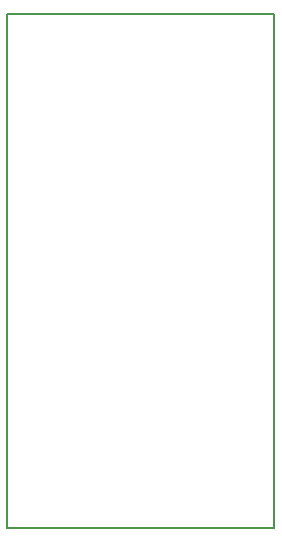
<source format=gbr>
G04 EasyGerb 5 for AutoCAD*
G04 Registered to lior.segev@weizmann.ac.il*
G04 RS274-X Output *
%FSLAX34Y34*%
%MOMM*%
%ADD12C,0.127000*%
%ADD13C,0.007000*%
%IPPOS*%

%LNbox_1*%
%LPD*%
G54D12*X5048Y438346D02*X231126Y438346D01*X231126Y2642*X5048Y2642*X5048Y438346D01*
%LNInlets Layer_1*%
%LPC*%
G54D12*X116024Y69503D02*X115267Y82656D01*X189767Y84656*X189767Y87156*X189642Y87156*X189442Y87656*X189442Y87769*G75*G03X189442Y88156I-50J194D01*G74*G01*X189442Y88269*G75*G03X189442Y88656I-50J194D01*G74*G01*X189442Y88769*G75*G03X189442Y89156I-50J194D01*G74*G01*X189442Y89269*G75*G03X189442Y89656I-50J194D01*G74*G01*X189442Y89769*G75*G03X189442Y90156I-50J194D01*G74*G01*X189442Y90269*G75*G03X189442Y90656I-50J194D01*G74*G01*X189442Y90769*G75*G03X189442Y91156I-50J194D01*G74*G01*X189442Y91269*G75*G03X189442Y91656I-50J194D01*G74*G01*X189442Y91769*G75*G03X189442Y92156I-50J194D01*G74*G01*X189442Y92269*G75*G03X189442Y92656I-50J194D01*G74*G01*X189442Y92769*G75*G03X189442Y93156I-50J194D01*G74*G01*X189442Y93269*G75*G03X189442Y93656I-50J194D01*G74*G01*X189442Y93769*G75*G03X189442Y94156I-50J194D01*G74*G01*X189442Y94269*G75*G03X189442Y94656I-50J194D01*G74*G01*X189442Y94769*G75*G03X189442Y95156I-50J194D01*G74*G01*X189442Y95269*G75*G03X189442Y95656I-50J194D01*G74*G01*X189442Y95769*G75*G03X189442Y96156I-50J194D01*G74*G01*X189442Y96269*G75*G03X189442Y96656I-50J194D01*G74*G01*X189442Y96769*G75*G03X189442Y97156I-50J194D01*G74*G01*X189442Y97269*G75*G03X189442Y97656I-50J194D01*G74*G01*X189442Y97769*G75*G03X189442Y98156I-50J194D01*G74*G01*X189442Y98269*G75*G03X189442Y98656I-50J194D01*G74*G01*X189442Y98769*G75*G03X189442Y99156I-50J194D01*G74*G01*X189442Y99269*G75*G03X189442Y99656I-50J194D01*G74*G01*X189442Y99769*G75*G03X189442Y100156I-50J194D01*G74*G01*X189442Y100269*G75*G03X189442Y100656I-50J194D01*G74*G01*X189442Y100769*G75*G03X189442Y101156I-50J194D01*G74*G01*X189442Y101269*G75*G03X189442Y101656I-50J194D01*G74*G01*X189442Y101769*G75*G03X189442Y102156I-50J194D01*G74*G01*X189442Y102269*G75*G03X189442Y102656I-50J194D01*G74*G01*X189442Y102769*G75*G03X189442Y103156I-50J194D01*G74*G01*X189442Y103269*G75*G03X189442Y103656I-50J194D01*G74*G01*X189442Y103769*G75*G03X189442Y104156I-50J194D01*G74*G01*X189442Y104269*G75*G03X189442Y104656I-50J194D01*G74*G01*X189442Y104769*G75*G03X189442Y105156I-50J194D01*G74*G01*X189442Y105269*G75*G03X189442Y105656I-50J194D01*G74*G01*X189442Y105769*G75*G03X189442Y106156I-50J194D01*G74*G01*X189442Y106269*G75*G03X189442Y106656I-50J194D01*G74*G01*X189442Y106769*G75*G03X189442Y107156I-50J194D01*G74*G01*X189442Y107269*G75*G03X189442Y107656I-50J194D01*G74*G01*X189442Y107769*G75*G03X189442Y108156I-50J194D01*G74*G01*X189442Y108269*G75*G03X189442Y108656I-50J194D01*G74*G01*X189442Y108769*G75*G03X189442Y109156I-50J194D01*G74*G01*X189442Y109269*G75*G03X189442Y109656I-50J194D01*G74*G01*X189442Y109769*G75*G03X189442Y110156I-50J194D01*G74*G01*X189442Y110269*G75*G03X189442Y110656I-50J194D01*G74*G01*X189442Y110769*G75*G03X189442Y111156I-50J194D01*G74*G01*X189442Y111269*G75*G03X189442Y111656I-50J194D01*G74*G01*X189442Y111769*G75*G03X189442Y112156I-50J194D01*G74*G01*X189442Y112269*G75*G03X189442Y112656I-50J194D01*G74*G01*X189442Y112769*G75*G03X189442Y113156I-50J194D01*G74*G01*X189442Y113269*G75*G03X189442Y113656I-50J194D01*G74*G01*X189442Y113769*G75*G03X189442Y114156I-50J194D01*G74*G01*X189442Y114269*G75*G03X189442Y114656I-50J194D01*G74*G01*X189442Y114769*G75*G03X189442Y115156I-50J194D01*G74*G01*X189442Y115269*G75*G03X189442Y115656I-50J194D01*G74*G01*X189442Y115769*G75*G03X189442Y116156I-50J194D01*G74*G01*X189442Y116269*G75*G03X189442Y116656I-50J194D01*G74*G01*X189442Y116769*G75*G03X189442Y117156I-50J194D01*G74*G01*X189442Y117269*G75*G03X189442Y117656I-50J194D01*G74*G01*X189442Y117769*G75*G03X189442Y118156I-50J194D01*G74*G01*X189442Y118269*G75*G03X189442Y118656I-50J194D01*G74*G01*X189442Y118769*G75*G03X189442Y119156I-50J194D01*G74*G01*X189442Y119269*G75*G03X189442Y119656I-50J194D01*G74*G01*X189442Y119769*G75*G03X189442Y120156I-50J194D01*G74*G01*X189442Y120269*G75*G03X189442Y120656I-50J194D01*G74*G01*X189442Y120769*G75*G03X189442Y121156I-50J194D01*G74*G01*X189442Y121269*G75*G03X189442Y121656I-50J194D01*G74*G01*X189442Y121769*G75*G03X189442Y122156I-50J194D01*G74*G01*X189442Y122269*G75*G03X189442Y122656I-50J194D01*G74*G01*X189442Y122769*G75*G03X189442Y123156I-50J194D01*G74*G01*X189442Y123269*G75*G03X189442Y123656I-50J194D01*G74*G01*X189442Y123769*G75*G03X189442Y124156I-50J194D01*G74*G01*X189442Y124269*G75*G03X189442Y124656I-50J194D01*G74*G01*X189442Y124769*G75*G03X189442Y125156I-50J194D01*G74*G01*X189442Y125269*G75*G03X189442Y125656I-50J194D01*G74*G01*X189442Y125769*G75*G03X189442Y126156I-50J194D01*G74*G01*X189442Y126269*G75*G03X189442Y126656I-50J194D01*G74*G01*X189442Y126769*G75*G03X189442Y127156I-50J194D01*G74*G01*X189442Y127269*G75*G03X189442Y127656I-50J194D01*G74*G01*X189442Y127769*G75*G03X189442Y128156I-50J194D01*G74*G01*X189442Y128269*G75*G03X189442Y128656I-50J194D01*G74*G01*X189442Y128769*G75*G03X189442Y129156I-50J194D01*G74*G01*X189442Y129269*G75*G03X189442Y129656I-50J194D01*G74*G01*X189442Y129769*G75*G03X189442Y130156I-50J194D01*G74*G01*X189442Y130269*G75*G03X189442Y130656I-50J194D01*G74*G01*X189442Y130769*G75*G03X189442Y131156I-50J194D01*G74*G01*X189442Y131269*G75*G03X189442Y131656I-50J194D01*G74*G01*X189442Y131769*G75*G03X189442Y132156I-50J194D01*G74*G01*X189442Y132269*G75*G03X189442Y132656I-50J194D01*G74*G01*X189442Y132769*G75*G03X189442Y133156I-50J194D01*G74*G01*X189442Y133269*G75*G03X189442Y133656I-50J194D01*G74*G01*X189442Y133769*G75*G03X189442Y134156I-50J194D01*G74*G01*X189442Y134269*G75*G03X189442Y134656I-50J194D01*G74*G01*X189442Y134769*G75*G03X189442Y135156I-50J194D01*G74*G01*X189442Y135269*G75*G03X189442Y135656I-50J194D01*G74*G01*X189442Y135769*G75*G03X189442Y136156I-50J194D01*G74*G01*X189442Y136269*G75*G03X189442Y136656I-50J194D01*G74*G01*X189442Y136769*G75*G03X189442Y137156I-50J194D01*G74*G01*X189442Y137269*G75*G03X189442Y137656I-50J194D01*G74*G01*X189442Y137769*G75*G03X189442Y138156I-50J194D01*G74*G01*X189442Y138269*G75*G03X189442Y138656I-50J194D01*G74*G01*X189442Y138769*G75*G03X189442Y139156I-50J194D01*G74*G01*X189442Y139269*G75*G03X189442Y139656I-50J194D01*G74*G01*X189442Y139769*G75*G03X189442Y140156I-50J194D01*G74*G01*X189442Y140269*G75*G03X189442Y140656I-50J194D01*G74*G01*X189442Y140769*G75*G03X189442Y141156I-50J194D01*G74*G01*X189442Y141269*G75*G03X189442Y141656I-50J194D01*G74*G01*X189442Y141769*G75*G03X189442Y142156I-50J194D01*G74*G01*X189442Y142269*G75*G03X189442Y142656I-50J194D01*G74*G01*X189442Y142769*G75*G03X189442Y143156I-50J194D01*G74*G01*X189442Y143269*G75*G03X189442Y143656I-50J194D01*G74*G01*X189442Y143769*G75*G03X189442Y144156I-50J194D01*G74*G01*X189442Y144269*G75*G03X189442Y144656I-50J194D01*G74*G01*X189442Y144769*G75*G03X189442Y145156I-50J194D01*G74*G01*X189442Y145269*G75*G03X189442Y145656I-50J194D01*G74*G01*X189442Y145769*G75*G03X189442Y146156I-50J194D01*G74*G01*X189442Y146269*G75*G03X189442Y146656I-50J194D01*G74*G01*X189442Y146769*G75*G03X189442Y147156I-50J194D01*G74*G01*X189442Y147269*G75*G03X189442Y147656I-50J194D01*G74*G01*X189442Y147769*G75*G03X189442Y148156I-50J194D01*G74*G01*X189442Y148269*G75*G03X189442Y148656I-50J194D01*G74*G01*X189442Y148769*G75*G03X189442Y149156I-50J194D01*G74*G01*X189442Y149269*G75*G03X189442Y149656I-50J194D01*G74*G01*X189442Y149769*G75*G03X189442Y150156I-50J194D01*G74*G01*X189442Y150269*G75*G03X189442Y150656I-50J194D01*G74*G01*X189442Y150769*G75*G03X189442Y151156I-50J194D01*G74*G01*X189442Y151269*G75*G03X189442Y151656I-50J194D01*G74*G01*X189442Y151769*G75*G03X189442Y152156I-50J194D01*G74*G01*X189442Y152269*G75*G03X189442Y152656I-50J194D01*G74*G01*X189442Y152769*G75*G03X189442Y153156I-50J194D01*G74*G01*X189442Y153269*G75*G03X189442Y153656I-50J194D01*G74*G01*X189442Y153769*G75*G03X189442Y154156I-50J194D01*G74*G01*X189442Y154269*G75*G03X189442Y154656I-50J194D01*G74*G01*X189442Y154769*G75*G03X189442Y155156I-50J194D01*G74*G01*X189442Y155269*G75*G03X189442Y155656I-50J194D01*G74*G01*X189442Y155769*G75*G03X189442Y156156I-50J194D01*G74*G01*X189442Y156269*G75*G03X189442Y156656I-50J194D01*G74*G01*X189442Y156769*G75*G03X189442Y157156I-50J194D01*G74*G01*X189442Y157269*G75*G03X189442Y157656I-50J194D01*G74*G01*X189442Y157769*G75*G03X189442Y158156I-50J194D01*G74*G01*X189442Y158269*G75*G03X189442Y158656I-50J194D01*G74*G01*X189442Y158769*G75*G03X189442Y159156I-50J194D01*G74*G01*X189442Y159269*G75*G03X189442Y159656I-50J194D01*G74*G01*X189442Y159769*G75*G03X189442Y160156I-50J194D01*G74*G01*X189442Y160269*G75*G03X189442Y160656I-50J194D01*G74*G01*X189442Y160769*G75*G03X189442Y161156I-50J194D01*G74*G01*X189442Y161269*G75*G03X189442Y161656I-50J194D01*G74*G01*X189442Y161769*G75*G03X189442Y162156I-50J194D01*G74*G01*X189442Y162269*G75*G03X189442Y162656I-50J194D01*G74*G01*X189442Y162769*G75*G03X189442Y163156I-50J194D01*G74*G01*X189442Y163269*G75*G03X189442Y163656I-50J194D01*G74*G01*X189442Y163769*G75*G03X189442Y164156I-50J194D01*G74*G01*X189442Y164269*G75*G03X189442Y164656I-50J194D01*G74*G01*X189442Y164769*G75*G03X189442Y165156I-50J194D01*G74*G01*X189442Y165269*G75*G03X189442Y165656I-50J194D01*G74*G01*X189442Y165769*G75*G03X189442Y166156I-50J194D01*G74*G01*X189442Y166269*G75*G03X189442Y166656I-50J194D01*G74*G01*X189442Y166769*G75*G03X189442Y167156I-50J194D01*G74*G01*X189442Y167269*G75*G03X189442Y167656I-50J194D01*G74*G01*X189442Y167769*G75*G03X189442Y168156I-50J194D01*G74*G01*X189442Y168269*G75*G03X189442Y168656I-50J194D01*G74*G01*X189442Y168769*G75*G03X189442Y169156I-50J194D01*G74*G01*X189442Y169269*G75*G03X189442Y169656I-50J194D01*G74*G01*X189442Y169769*G75*G03X189442Y170156I-50J194D01*G74*G01*X189442Y170269*G75*G03X189442Y170656I-50J194D01*G74*G01*X189442Y170769*G75*G03X189442Y171156I-50J194D01*G74*G01*X189442Y171269*G75*G03X189442Y171656I-50J194D01*G74*G01*X189442Y171769*G75*G03X189442Y172156I-50J194D01*G74*G01*X189442Y172269*G75*G03X189442Y172656I-50J194D01*G74*G01*X189442Y172769*G75*G03X189442Y173156I-50J194D01*G74*G01*X189442Y173269*G75*G03X189442Y173656I-50J194D01*G74*G01*X189442Y173769*G75*G03X189442Y174156I-50J194D01*G74*G01*X189442Y174269*G75*G03X189442Y174656I-50J194D01*G74*G01*X189442Y174769*G75*G03X189442Y175156I-50J194D01*G74*G01*X189442Y175269*G75*G03X189442Y175656I-50J194D01*G74*G01*X189442Y175769*G75*G03X189442Y176156I-50J194D01*G74*G01*X189442Y176269*G75*G03X189442Y176656I-50J194D01*G74*G01*X189442Y176769*G75*G03X189442Y177156I-50J194D01*G74*G01*X189442Y177269*G75*G03X189442Y177656I-50J194D01*G74*G01*X189442Y177769*G75*G03X189442Y178156I-50J194D01*G74*G01*X189442Y178269*G75*G03X189442Y178656I-50J194D01*G74*G01*X189442Y178769*G75*G03X189442Y179156I-50J194D01*G74*G01*X189442Y179269*G75*G03X189442Y179656I-50J194D01*G74*G01*X189442Y179769*G75*G03X189442Y180156I-50J194D01*G74*G01*X189442Y180269*G75*G03X189442Y180656I-50J194D01*G74*G01*X189442Y180769*G75*G03X189442Y181156I-50J194D01*G74*G01*X189442Y181269*G75*G03X189442Y181656I-50J194D01*G74*G01*X189442Y181769*G75*G03X189442Y182156I-50J194D01*G74*G01*X189442Y182269*G75*G03X189442Y182656I-50J194D01*G74*G01*X189442Y182769*G75*G03X189442Y183156I-50J194D01*G74*G01*X189442Y183269*G75*G03X189442Y183656I-50J194D01*G74*G01*X189442Y183769*G75*G03X189442Y184156I-50J194D01*G74*G01*X189442Y184269*G75*G03X189442Y184656I-50J194D01*G74*G01*X189442Y184769*G75*G03X189442Y185156I-50J194D01*G74*G01*X189442Y185269*G75*G03X189442Y185656I-50J194D01*G74*G01*X189442Y185769*G75*G03X189442Y186156I-50J194D01*G74*G01*X189442Y186269*G75*G03X189442Y186656I-50J194D01*G74*G01*X189442Y186769*G75*G03X189442Y187156I-50J194D01*G74*G01*X189442Y187269*G75*G03X189442Y187656I-50J194D01*G74*G01*X189442Y187769*G75*G03X189442Y188156I-50J194D01*G74*G01*X189442Y188269*G75*G03X189442Y188656I-50J194D01*G74*G01*X189442Y188769*G75*G03X189442Y189156I-50J194D01*G74*G01*X189442Y189269*G75*G03X189442Y189656I-50J194D01*G74*G01*X189442Y189769*G75*G03X189442Y190156I-50J194D01*G74*G01*X189442Y190269*G75*G03X189442Y190656I-50J194D01*G74*G01*X189442Y190769*G75*G03X189442Y191156I-50J194D01*G74*G01*X189442Y191269*G75*G03X189442Y191656I-50J194D01*G74*G01*X189442Y191769*G75*G03X189442Y192156I-50J194D01*G74*G01*X189442Y192269*G75*G03X189442Y192656I-50J194D01*G74*G01*X189442Y192769*G75*G03X189442Y193156I-50J194D01*G74*G01*X189442Y193269*G75*G03X189442Y193656I-50J194D01*G74*G01*X189442Y193769*G75*G03X189442Y194156I-50J194D01*G74*G01*X189442Y194269*G75*G03X189442Y194656I-50J194D01*G74*G01*X189442Y194769*G75*G03X189442Y195156I-50J194D01*G74*G01*X189442Y195269*G75*G03X189442Y195656I-50J194D01*G74*G01*X189442Y195769*G75*G03X189442Y196156I-50J194D01*G74*G01*X189442Y196269*G75*G03X189442Y196656I-50J194D01*G74*G01*X189442Y196769*G75*G03X189442Y197156I-50J194D01*G74*G01*X189442Y197269*G75*G03X189442Y197656I-50J194D01*G74*G01*X189442Y197769*G75*G03X189442Y198156I-50J194D01*G74*G01*X189442Y198269*G75*G03X189442Y198656I-50J194D01*G74*G01*X189442Y198769*G75*G03X189442Y199156I-50J194D01*G74*G01*X189442Y199269*G75*G03X189442Y199656I-50J194D01*G74*G01*X189442Y199769*G75*G03X189442Y200156I-50J194D01*G74*G01*X189442Y200269*G75*G03X189442Y200656I-50J194D01*G74*G01*X189442Y200769*G75*G03X189442Y201156I-50J194D01*G74*G01*X189442Y201269*G75*G03X189442Y201656I-50J194D01*G74*G01*X189442Y201769*G75*G03X189442Y202156I-50J194D01*G74*G01*X189442Y202269*G75*G03X189442Y202656I-50J194D01*G74*G01*X189442Y202769*G75*G03X189442Y203156I-50J194D01*G74*G01*X189442Y203269*G75*G03X189442Y203656I-50J194D01*G74*G01*X189442Y203769*G75*G03X189442Y204156I-50J194D01*G74*G01*X189442Y204269*G75*G03X189442Y204656I-50J194D01*G74*G01*X189442Y204769*G75*G03X189442Y205156I-50J194D01*G74*G01*X189442Y205269*G75*G03X189442Y205656I-50J194D01*G74*G01*X189442Y205769*G75*G03X189442Y206156I-50J194D01*G74*G01*X189442Y206269*G75*G03X189442Y206656I-50J194D01*G74*G01*X189442Y206769*G75*G03X189442Y207156I-50J194D01*G74*G01*X189442Y207269*G75*G03X189442Y207656I-50J194D01*G74*G01*X189442Y207769*G75*G03X189442Y208156I-50J194D01*G74*G01*X189442Y208269*G75*G03X189442Y208656I-50J194D01*G74*G01*X189442Y208769*G75*G03X189442Y209156I-50J194D01*G74*G01*X189442Y209269*G75*G03X189442Y209656I-50J194D01*G74*G01*X189442Y209769*G75*G03X189442Y210156I-50J194D01*G74*G01*X189442Y210269*G75*G03X189442Y210656I-50J194D01*G74*G01*X189442Y210769*G75*G03X189442Y211156I-50J194D01*G74*G01*X189442Y211269*G75*G03X189442Y211656I-50J194D01*G74*G01*X189442Y211769*G75*G03X189442Y212156I-50J194D01*G74*G01*X189442Y212269*G75*G03X189442Y212656I-50J194D01*G74*G01*X189442Y212769*G75*G03X189442Y213156I-50J194D01*G74*G01*X189442Y213269*G75*G03X189442Y213656I-50J194D01*G74*G01*X189442Y213769*G75*G03X189442Y214156I-50J194D01*G74*G01*X189442Y214269*G75*G03X189442Y214656I-50J194D01*G74*G01*X189442Y214769*G75*G03X189442Y215156I-50J194D01*G74*G01*X189442Y215269*G75*G03X189442Y215656I-50J194D01*G74*G01*X189442Y215769*G75*G03X189442Y216156I-50J194D01*G74*G01*X189442Y216269*G75*G03X189442Y216656I-50J194D01*G74*G01*X189442Y216769*G75*G03X189442Y217156I-50J194D01*G74*G01*X189442Y217269*G75*G03X189442Y217656I-50J194D01*G74*G01*X189442Y217769*G75*G03X189442Y218156I-50J194D01*G74*G01*X189442Y218269*G75*G03X189442Y218656I-50J194D01*G74*G01*X189442Y218769*G75*G03X189442Y219156I-50J194D01*G74*G01*X189442Y219269*G75*G03X189442Y219656I-50J194D01*G74*G01*X189442Y219769*G75*G03X189442Y220156I-50J194D01*G74*G01*X189442Y220269*G75*G03X189442Y220656I-50J194D01*G74*G01*X189442Y220769*G75*G03X189442Y221156I-50J194D01*G74*G01*X189442Y221269*G75*G03X189442Y221656I-50J194D01*G74*G01*X189442Y221769*G75*G03X189442Y222156I-50J194D01*G74*G01*X189442Y222269*G75*G03X189442Y222656I-50J194D01*G74*G01*X189442Y222769*G75*G03X189442Y223156I-50J194D01*G74*G01*X189442Y223269*G75*G03X189442Y223656I-50J194D01*G74*G01*X189442Y223769*G75*G03X189442Y224156I-50J194D01*G74*G01*X189442Y224269*G75*G03X189442Y224656I-50J194D01*G74*G01*X189442Y224769*G75*G03X189442Y225156I-50J194D01*G74*G01*X189442Y225269*G75*G03X189442Y225656I-50J194D01*G74*G01*X189442Y225769*G75*G03X189442Y226156I-50J194D01*G74*G01*X189442Y226269*G75*G03X189442Y226656I-50J194D01*G74*G01*X189442Y226769*G75*G03X189442Y227156I-50J194D01*G74*G01*X189442Y227269*G75*G03X189442Y227656I-50J194D01*G74*G01*X189442Y227769*G75*G03X189442Y228156I-50J194D01*G74*G01*X189442Y228269*G75*G03X189442Y228656I-50J194D01*G74*G01*X189442Y228769*G75*G03X189442Y229156I-50J194D01*G74*G01*X189442Y229269*G75*G03X189442Y229656I-50J194D01*G74*G01*X189442Y229769*G75*G03X189442Y230156I-50J194D01*G74*G01*X189442Y230269*G75*G03X189442Y230656I-50J194D01*G74*G01*X189442Y230769*G75*G03X189442Y231156I-50J194D01*G74*G01*X189442Y231269*G75*G03X189442Y231656I-50J194D01*G74*G01*X189442Y231769*G75*G03X189442Y232156I-50J194D01*G74*G01*X189442Y232269*G75*G03X189442Y232656I-50J194D01*G74*G01*X189442Y232769*G75*G03X189442Y233156I-50J194D01*G74*G01*X189442Y233269*G75*G03X189442Y233656I-50J194D01*G74*G01*X189442Y233769*G75*G03X189442Y234156I-50J194D01*G74*G01*X189442Y234269*G75*G03X189442Y234656I-50J194D01*G74*G01*X189442Y234769*G75*G03X189442Y235156I-50J194D01*G74*G01*X189442Y235269*G75*G03X189442Y235656I-50J194D01*G74*G01*X189442Y235769*G75*G03X189442Y236156I-50J194D01*G74*G01*X189442Y236269*G75*G03X189442Y236656I-50J194D01*G74*G01*X189442Y236769*G75*G03X189442Y237156I-50J194D01*G74*G01*X189442Y237269*G75*G03X189442Y237656I-50J194D01*G74*G01*X189442Y238156*X189642Y238656*X189767Y238656*X189767Y244694*X189767Y245194*X125556Y245194*X120134Y245194*X119134Y245194*X119134Y246194*X119134Y251348*X119134Y254200*X129767Y254200*X149767Y254200*X149767Y254700*X149767Y393040*X115767Y393038*G75*G02X115267Y393557I34J533D01*G74*G01*X115772Y393919*X116202Y394715*X116344Y395036*X116395Y395201*X116532Y395639*X116591Y395864*X116745Y396664*X116806Y397024*X116893Y398024*X116888Y399344*X116793Y400344*X116748Y400744*X116327Y402350*X116017Y402937*X116017Y409782*G75*G03X122250Y416677I-1250J7395D01*G74*G01*G75*G03X113517Y409782I-7483J500D01*G74*G01*X113517Y403867*X113517Y402937*X113207Y402350*X112785Y400744*X112740Y400344*X112646Y399344*X112641Y398024*X112727Y397024*X112788Y396664*X112942Y395864*X113001Y395639*X113138Y395201*X113190Y395037*X113332Y394715*X113762Y393912*X114267Y393557*G75*G02X113813Y393040I-539J15D01*G74*G01*X79767Y393040*X79767Y254700*X79767Y254200*X99767Y254200*X110399Y254200*X110399Y251348*X110399Y246194*X110399Y245194*X109399Y245194*X103978Y245194*X39767Y245194*X39767Y244694*X39767Y240656*X39767Y238656*X39892Y238656*X40092Y238156*X40092Y237656*G75*G03X40092Y237269I50J-194D01*G74*G01*X40092Y237156*G75*G03X40092Y236769I50J-194D01*G74*G01*X40092Y236656*G75*G03X40092Y236269I50J-194D01*G74*G01*X40092Y236156*G75*G03X40092Y235769I50J-194D01*G74*G01*X40092Y235656*G75*G03X40092Y235269I50J-194D01*G74*G01*X40092Y235156*G75*G03X40092Y234769I50J-194D01*G74*G01*X40092Y234656*G75*G03X40092Y234269I50J-194D01*G74*G01*X40092Y234156*G75*G03X40092Y233769I50J-194D01*G74*G01*X40092Y233656*G75*G03X40092Y233269I50J-194D01*G74*G01*X40092Y233156*G75*G03X40092Y232769I50J-194D01*G74*G01*X40092Y232656*G75*G03X40092Y232269I50J-194D01*G74*G01*X40092Y232156*G75*G03X40092Y231769I50J-194D01*G74*G01*X40092Y231656*G75*G03X40092Y231269I50J-194D01*G74*G01*X40092Y231156*G75*G03X40092Y230769I50J-194D01*G74*G01*X40092Y230656*G75*G03X40092Y230269I50J-194D01*G74*G01*X40092Y230156*G75*G03X40092Y229769I50J-194D01*G74*G01*X40092Y229656*G75*G03X40092Y229269I50J-194D01*G74*G01*X40092Y229156*G75*G03X40092Y228769I50J-194D01*G74*G01*X40092Y228656*G75*G03X40092Y228269I50J-194D01*G74*G01*X40092Y228156*G75*G03X40092Y227769I50J-194D01*G74*G01*X40092Y227656*G75*G03X40092Y227269I50J-194D01*G74*G01*X40092Y227156*G75*G03X40092Y226769I50J-194D01*G74*G01*X40092Y226656*G75*G03X40092Y226269I50J-194D01*G74*G01*X40092Y226156*G75*G03X40092Y225769I50J-194D01*G74*G01*X40092Y225656*G75*G03X40092Y225269I50J-194D01*G74*G01*X40092Y225156*G75*G03X40092Y224769I50J-194D01*G74*G01*X40092Y224656*G75*G03X40092Y224269I50J-194D01*G74*G01*X40092Y224156*G75*G03X40092Y223769I50J-194D01*G74*G01*X40092Y223656*G75*G03X40092Y223269I50J-194D01*G74*G01*X40092Y223156*G75*G03X40092Y222769I50J-194D01*G74*G01*X40092Y222656*G75*G03X40092Y222269I50J-194D01*G74*G01*X40092Y222156*G75*G03X40092Y221769I50J-194D01*G74*G01*X40092Y221656*G75*G03X40092Y221269I50J-194D01*G74*G01*X40092Y221156*G75*G03X40092Y220769I50J-194D01*G74*G01*X40092Y220656*G75*G03X40092Y220269I50J-194D01*G74*G01*X40092Y220156*G75*G03X40092Y219769I50J-194D01*G74*G01*X40092Y219656*G75*G03X40092Y219269I50J-194D01*G74*G01*X40092Y219156*G75*G03X40092Y218769I50J-194D01*G74*G01*X40092Y218656*G75*G03X40092Y218269I50J-194D01*G74*G01*X40092Y218156*G75*G03X40092Y217769I50J-194D01*G74*G01*X40092Y217656*G75*G03X40092Y217269I50J-194D01*G74*G01*X40092Y217156*G75*G03X40092Y216769I50J-194D01*G74*G01*X40092Y216656*G75*G03X40092Y216269I50J-194D01*G74*G01*X40092Y216156*G75*G03X40092Y215769I50J-194D01*G74*G01*X40092Y215656*G75*G03X40092Y215269I50J-194D01*G74*G01*X40092Y215156*G75*G03X40092Y214769I50J-194D01*G74*G01*X40092Y214656*G75*G03X40092Y214269I50J-194D01*G74*G01*X40092Y214156*G75*G03X40092Y213769I50J-194D01*G74*G01*X40092Y213656*G75*G03X40092Y213269I50J-194D01*G74*G01*X40092Y213156*G75*G03X40092Y212769I50J-194D01*G74*G01*X40092Y212656*G75*G03X40092Y212269I50J-194D01*G74*G01*X40092Y212156*G75*G03X40092Y211769I50J-194D01*G74*G01*X40092Y211656*G75*G03X40092Y211269I50J-194D01*G74*G01*X40092Y211156*G75*G03X40092Y210769I50J-194D01*G74*G01*X40092Y210656*G75*G03X40092Y210269I50J-194D01*G74*G01*X40092Y210156*G75*G03X40092Y209769I50J-194D01*G74*G01*X40092Y209656*G75*G03X40092Y209269I50J-194D01*G74*G01*X40092Y209156*G75*G03X40092Y208769I50J-194D01*G74*G01*X40092Y208656*G75*G03X40092Y208269I50J-194D01*G74*G01*X40092Y208156*G75*G03X40092Y207769I50J-194D01*G74*G01*X40092Y207656*G75*G03X40092Y207269I50J-194D01*G74*G01*X40092Y207156*G75*G03X40092Y206769I50J-194D01*G74*G01*X40092Y206656*G75*G03X40092Y206269I50J-194D01*G74*G01*X40092Y206156*G75*G03X40092Y205769I50J-194D01*G74*G01*X40092Y205656*G75*G03X40092Y205269I50J-194D01*G74*G01*X40092Y205156*G75*G03X40092Y204769I50J-194D01*G74*G01*X40092Y204656*G75*G03X40092Y204269I50J-194D01*G74*G01*X40092Y204156*G75*G03X40092Y203769I50J-194D01*G74*G01*X40092Y203656*G75*G03X40092Y203269I50J-194D01*G74*G01*X40092Y203156*G75*G03X40092Y202769I50J-194D01*G74*G01*X40092Y202656*G75*G03X40092Y202269I50J-194D01*G74*G01*X40092Y202156*G75*G03X40092Y201769I50J-194D01*G74*G01*X40092Y201656*G75*G03X40092Y201269I50J-194D01*G74*G01*X40092Y201156*G75*G03X40092Y200769I50J-194D01*G74*G01*X40092Y200656*G75*G03X40092Y200269I50J-194D01*G74*G01*X40092Y200156*G75*G03X40092Y199769I50J-194D01*G74*G01*X40092Y199656*G75*G03X40092Y199269I50J-194D01*G74*G01*X40092Y199156*G75*G03X40092Y198769I50J-194D01*G74*G01*X40092Y198656*G75*G03X40092Y198269I50J-194D01*G74*G01*X40092Y198156*G75*G03X40092Y197769I50J-194D01*G74*G01*X40092Y197656*G75*G03X40092Y197269I50J-194D01*G74*G01*X40092Y197156*G75*G03X40092Y196769I50J-194D01*G74*G01*X40092Y196656*G75*G03X40092Y196269I50J-194D01*G74*G01*X40092Y196156*G75*G03X40092Y195769I50J-194D01*G74*G01*X40092Y195656*G75*G03X40092Y195269I50J-194D01*G74*G01*X40092Y195156*G75*G03X40092Y194769I50J-194D01*G74*G01*X40092Y194656*G75*G03X40092Y194269I50J-194D01*G74*G01*X40092Y194156*G75*G03X40092Y193769I50J-194D01*G74*G01*X40092Y193656*G75*G03X40092Y193269I50J-194D01*G74*G01*X40092Y193156*G75*G03X40092Y192769I50J-194D01*G74*G01*X40092Y192656*G75*G03X40092Y192269I50J-194D01*G74*G01*X40092Y192156*G75*G03X40092Y191769I50J-194D01*G74*G01*X40092Y191656*G75*G03X40092Y191269I50J-194D01*G74*G01*X40092Y191156*G75*G03X40092Y190769I50J-194D01*G74*G01*X40092Y190656*G75*G03X40092Y190269I50J-194D01*G74*G01*X40092Y190156*G75*G03X40092Y189769I50J-194D01*G74*G01*X40092Y189656*G75*G03X40092Y189269I50J-194D01*G74*G01*X40092Y189156*G75*G03X40092Y188769I50J-194D01*G74*G01*X40092Y188656*G75*G03X40092Y188269I50J-194D01*G74*G01*X40092Y188156*G75*G03X40092Y187769I50J-194D01*G74*G01*X40092Y187656*G75*G03X40092Y187269I50J-194D01*G74*G01*X40092Y187156*G75*G03X40092Y186769I50J-194D01*G74*G01*X40092Y186656*G75*G03X40092Y186269I50J-194D01*G74*G01*X40092Y186156*G75*G03X40092Y185769I50J-194D01*G74*G01*X40092Y185656*G75*G03X40092Y185269I50J-194D01*G74*G01*X40092Y185156*G75*G03X40092Y184769I50J-194D01*G74*G01*X40092Y184656*G75*G03X40092Y184269I50J-194D01*G74*G01*X40092Y184156*G75*G03X40092Y183769I50J-194D01*G74*G01*X40092Y183656*G75*G03X40092Y183269I50J-194D01*G74*G01*X40092Y183156*G75*G03X40092Y182769I50J-194D01*G74*G01*X40092Y182656*G75*G03X40092Y182269I50J-194D01*G74*G01*X40092Y182156*G75*G03X40092Y181769I50J-194D01*G74*G01*X40092Y181656*G75*G03X40092Y181269I50J-194D01*G74*G01*X40092Y181156*G75*G03X40092Y180769I50J-194D01*G74*G01*X40092Y180656*G75*G03X40092Y180269I50J-194D01*G74*G01*X40092Y180156*G75*G03X40092Y179769I50J-194D01*G74*G01*X40092Y179656*G75*G03X40092Y179269I50J-194D01*G74*G01*X40092Y179156*G75*G03X40092Y178769I50J-194D01*G74*G01*X40092Y178656*G75*G03X40092Y178269I50J-194D01*G74*G01*X40092Y178156*G75*G03X40092Y177769I50J-194D01*G74*G01*X40092Y177656*G75*G03X40092Y177269I50J-194D01*G74*G01*X40092Y177156*G75*G03X40092Y176769I50J-194D01*G74*G01*X40092Y176656*G75*G03X40092Y176269I50J-194D01*G74*G01*X40092Y176156*G75*G03X40092Y175769I50J-194D01*G74*G01*X40092Y175656*G75*G03X40092Y175269I50J-194D01*G74*G01*X40092Y175156*G75*G03X40092Y174769I50J-194D01*G74*G01*X40092Y174656*G75*G03X40092Y174269I50J-194D01*G74*G01*X40092Y174156*G75*G03X40092Y173769I50J-194D01*G74*G01*X40092Y173656*G75*G03X40092Y173269I50J-194D01*G74*G01*X40092Y173156*G75*G03X40092Y172769I50J-194D01*G74*G01*X40092Y172656*G75*G03X40092Y172269I50J-194D01*G74*G01*X40092Y172156*G75*G03X40092Y171769I50J-194D01*G74*G01*X40092Y171656*G75*G03X40092Y171269I50J-194D01*G74*G01*X40092Y171156*G75*G03X40092Y170769I50J-194D01*G74*G01*X40092Y170656*G75*G03X40092Y170269I50J-194D01*G74*G01*X40092Y170156*G75*G03X40092Y169769I50J-194D01*G74*G01*X40092Y169656*G75*G03X40092Y169269I50J-194D01*G74*G01*X40092Y169156*G75*G03X40092Y168769I50J-194D01*G74*G01*X40092Y168656*G75*G03X40092Y168269I50J-194D01*G74*G01*X40092Y168156*G75*G03X40092Y167769I50J-194D01*G74*G01*X40092Y167656*G75*G03X40092Y167269I50J-194D01*G74*G01*X40092Y167156*G75*G03X40092Y166769I50J-194D01*G74*G01*X40092Y166656*G75*G03X40092Y166269I50J-194D01*G74*G01*X40092Y166156*G75*G03X40092Y165769I50J-194D01*G74*G01*X40092Y165656*G75*G03X40092Y165269I50J-194D01*G74*G01*X40092Y165156*G75*G03X40092Y164769I50J-194D01*G74*G01*X40092Y164656*G75*G03X40092Y164269I50J-194D01*G74*G01*X40092Y164156*G75*G03X40092Y163769I50J-194D01*G74*G01*X40092Y163656*G75*G03X40092Y163269I50J-194D01*G74*G01*X40092Y163156*G75*G03X40092Y162769I50J-194D01*G74*G01*X40092Y162656*G75*G03X40092Y162269I50J-194D01*G74*G01*X40092Y162156*G75*G03X40092Y161769I50J-194D01*G74*G01*X40092Y161656*G75*G03X40092Y161269I50J-194D01*G74*G01*X40092Y161156*G75*G03X40092Y160769I50J-194D01*G74*G01*X40092Y160656*G75*G03X40092Y160269I50J-194D01*G74*G01*X40092Y160156*G75*G03X40092Y159769I50J-194D01*G74*G01*X40092Y159656*G75*G03X40092Y159269I50J-194D01*G74*G01*X40092Y159156*G75*G03X40092Y158769I50J-194D01*G74*G01*X40092Y158656*G75*G03X40092Y158269I50J-194D01*G74*G01*X40092Y158156*G75*G03X40092Y157769I50J-194D01*G74*G01*X40092Y157656*G75*G03X40092Y157269I50J-194D01*G74*G01*X40092Y157156*G75*G03X40092Y156769I50J-194D01*G74*G01*X40092Y156656*G75*G03X40092Y156269I50J-194D01*G74*G01*X40092Y156156*G75*G03X40092Y155769I50J-194D01*G74*G01*X40092Y155656*G75*G03X40092Y155269I50J-194D01*G74*G01*X40092Y155156*G75*G03X40092Y154769I50J-194D01*G74*G01*X40092Y154656*G75*G03X40092Y154269I50J-194D01*G74*G01*X40092Y154156*G75*G03X40092Y153769I50J-194D01*G74*G01*X40092Y153656*G75*G03X40092Y153269I50J-194D01*G74*G01*X40092Y153156*G75*G03X40092Y152769I50J-194D01*G74*G01*X40092Y152656*G75*G03X40092Y152269I50J-194D01*G74*G01*X40092Y152156*G75*G03X40092Y151769I50J-194D01*G74*G01*X40092Y151656*G75*G03X40092Y151269I50J-194D01*G74*G01*X40092Y151156*G75*G03X40092Y150769I50J-194D01*G74*G01*X40092Y150656*G75*G03X40092Y150269I50J-194D01*G74*G01*X40092Y150156*G75*G03X40092Y149769I50J-194D01*G74*G01*X40092Y149656*G75*G03X40092Y149269I50J-194D01*G74*G01*X40092Y149156*G75*G03X40092Y148769I50J-194D01*G74*G01*X40092Y148656*G75*G03X40092Y148269I50J-194D01*G74*G01*X40092Y148156*G75*G03X40092Y147769I50J-194D01*G74*G01*X40092Y147656*G75*G03X40092Y147269I50J-194D01*G74*G01*X40092Y147156*G75*G03X40092Y146769I50J-194D01*G74*G01*X40092Y146656*G75*G03X40092Y146269I50J-194D01*G74*G01*X40092Y146156*G75*G03X40092Y145769I50J-194D01*G74*G01*X40092Y145656*G75*G03X40092Y145269I50J-194D01*G74*G01*X40092Y145156*G75*G03X40092Y144769I50J-194D01*G74*G01*X40092Y144656*G75*G03X40092Y144269I50J-194D01*G74*G01*X40092Y144156*G75*G03X40092Y143769I50J-194D01*G74*G01*X40092Y143656*G75*G03X40092Y143269I50J-194D01*G74*G01*X40092Y143156*G75*G03X40092Y142769I50J-194D01*G74*G01*X40092Y142656*G75*G03X40092Y142269I50J-194D01*G74*G01*X40092Y142156*G75*G03X40092Y141769I50J-194D01*G74*G01*X40092Y141656*G75*G03X40092Y141269I50J-194D01*G74*G01*X40092Y141156*G75*G03X40092Y140769I50J-194D01*G74*G01*X40092Y140656*G75*G03X40092Y140269I50J-194D01*G74*G01*X40092Y140156*G75*G03X40092Y139769I50J-194D01*G74*G01*X40092Y139656*G75*G03X40092Y139269I50J-194D01*G74*G01*X40092Y139156*G75*G03X40092Y138769I50J-194D01*G74*G01*X40092Y138656*G75*G03X40092Y138269I50J-194D01*G74*G01*X40092Y138156*G75*G03X40092Y137769I50J-194D01*G74*G01*X40092Y137656*G75*G03X40092Y137269I50J-194D01*G74*G01*X40092Y137156*G75*G03X40092Y136769I50J-194D01*G74*G01*X40092Y136656*G75*G03X40092Y136269I50J-194D01*G74*G01*X40092Y136156*G75*G03X40092Y135769I50J-194D01*G74*G01*X40092Y135656*G75*G03X40092Y135269I50J-194D01*G74*G01*X40092Y135156*G75*G03X40092Y134769I50J-194D01*G74*G01*X40092Y134656*G75*G03X40092Y134269I50J-194D01*G74*G01*X40092Y134156*G75*G03X40092Y133769I50J-194D01*G74*G01*X40092Y133656*G75*G03X40092Y133269I50J-194D01*G74*G01*X40092Y133156*G75*G03X40092Y132769I50J-194D01*G74*G01*X40092Y132656*G75*G03X40092Y132269I50J-194D01*G74*G01*X40092Y132156*G75*G03X40092Y131769I50J-194D01*G74*G01*X40092Y131656*G75*G03X40092Y131269I50J-194D01*G74*G01*X40092Y131156*G75*G03X40092Y130769I50J-194D01*G74*G01*X40092Y130656*G75*G03X40092Y130269I50J-194D01*G74*G01*X40092Y130156*G75*G03X40092Y129769I50J-194D01*G74*G01*X40092Y129656*G75*G03X40092Y129269I50J-194D01*G74*G01*X40092Y129156*G75*G03X40092Y128769I50J-194D01*G74*G01*X40092Y128656*G75*G03X40092Y128269I50J-194D01*G74*G01*X40092Y128156*G75*G03X40092Y127769I50J-194D01*G74*G01*X40092Y127656*G75*G03X40092Y127269I50J-194D01*G74*G01*X40092Y127156*G75*G03X40092Y126769I50J-194D01*G74*G01*X40092Y126656*G75*G03X40092Y126269I50J-194D01*G74*G01*X40092Y126156*G75*G03X40092Y125769I50J-194D01*G74*G01*X40092Y125656*G75*G03X40092Y125269I50J-194D01*G74*G01*X40092Y125156*G75*G03X40092Y124769I50J-194D01*G74*G01*X40092Y124656*G75*G03X40092Y124269I50J-194D01*G74*G01*X40092Y124156*G75*G03X40092Y123769I50J-194D01*G74*G01*X40092Y123656*G75*G03X40092Y123269I50J-194D01*G74*G01*X40092Y123156*G75*G03X40092Y122769I50J-194D01*G74*G01*X40092Y122656*G75*G03X40092Y122269I50J-194D01*G74*G01*X40092Y122156*G75*G03X40092Y121769I50J-194D01*G74*G01*X40092Y121656*G75*G03X40092Y121269I50J-194D01*G74*G01*X40092Y121156*G75*G03X40092Y120769I50J-194D01*G74*G01*X40092Y120656*G75*G03X40092Y120269I50J-194D01*G74*G01*X40092Y120156*G75*G03X40092Y119769I50J-194D01*G74*G01*X40092Y119656*G75*G03X40092Y119269I50J-194D01*G74*G01*X40092Y119156*G75*G03X40092Y118769I50J-194D01*G74*G01*X40092Y118656*G75*G03X40092Y118269I50J-194D01*G74*G01*X40092Y118156*G75*G03X40092Y117769I50J-194D01*G74*G01*X40092Y117656*G75*G03X40092Y117269I50J-194D01*G74*G01*X40092Y117156*G75*G03X40092Y116769I50J-194D01*G74*G01*X40092Y116656*G75*G03X40092Y116269I50J-194D01*G74*G01*X40092Y116156*G75*G03X40092Y115769I50J-194D01*G74*G01*X40092Y115656*G75*G03X40092Y115269I50J-194D01*G74*G01*X40092Y115156*G75*G03X40092Y114769I50J-194D01*G74*G01*X40092Y114656*G75*G03X40092Y114269I50J-194D01*G74*G01*X40092Y114156*G75*G03X40092Y113769I50J-194D01*G74*G01*X40092Y113656*G75*G03X40092Y113269I50J-194D01*G74*G01*X40092Y113156*G75*G03X40092Y112769I50J-194D01*G74*G01*X40092Y112656*G75*G03X40092Y112269I50J-194D01*G74*G01*X40092Y112156*G75*G03X40092Y111769I50J-194D01*G74*G01*X40092Y111656*G75*G03X40092Y111269I50J-194D01*G74*G01*X40092Y111156*G75*G03X40092Y110769I50J-194D01*G74*G01*X40092Y110656*G75*G03X40092Y110269I50J-194D01*G74*G01*X40092Y110156*G75*G03X40092Y109769I50J-194D01*G74*G01*X40092Y109656*G75*G03X40092Y109269I50J-194D01*G74*G01*X40092Y109156*G75*G03X40092Y108769I50J-194D01*G74*G01*X40092Y108656*G75*G03X40092Y108269I50J-194D01*G74*G01*X40092Y108156*G75*G03X40092Y107769I50J-194D01*G74*G01*X40092Y107656*G75*G03X40092Y107269I50J-194D01*G74*G01*X40092Y107156*G75*G03X40092Y106769I50J-194D01*G74*G01*X40092Y106656*G75*G03X40092Y106269I50J-194D01*G74*G01*X40092Y106156*G75*G03X40092Y105769I50J-194D01*G74*G01*X40092Y105656*G75*G03X40092Y105269I50J-194D01*G74*G01*X40092Y105156*G75*G03X40092Y104769I50J-194D01*G74*G01*X40092Y104656*G75*G03X40092Y104269I50J-194D01*G74*G01*X40092Y104156*G75*G03X40092Y103769I50J-194D01*G74*G01*X40092Y103656*G75*G03X40092Y103269I50J-194D01*G74*G01*X40092Y103156*G75*G03X40092Y102769I50J-194D01*G74*G01*X40092Y102656*G75*G03X40092Y102269I50J-194D01*G74*G01*X40092Y102156*G75*G03X40092Y101769I50J-194D01*G74*G01*X40092Y101656*G75*G03X40092Y101269I50J-194D01*G74*G01*X40092Y101156*G75*G03X40092Y100769I50J-194D01*G74*G01*X40092Y100656*G75*G03X40092Y100269I50J-194D01*G74*G01*X40092Y100156*G75*G03X40092Y99769I50J-194D01*G74*G01*X40092Y99656*G75*G03X40092Y99269I50J-194D01*G74*G01*X40092Y99156*G75*G03X40092Y98769I50J-194D01*G74*G01*X40092Y98656*G75*G03X40092Y98269I50J-194D01*G74*G01*X40092Y98156*G75*G03X40092Y97769I50J-194D01*G74*G01*X40092Y97656*G75*G03X40092Y97269I50J-194D01*G74*G01*X40092Y97156*G75*G03X40092Y96769I50J-194D01*G74*G01*X40092Y96656*G75*G03X40092Y96269I50J-194D01*G74*G01*X40092Y96156*G75*G03X40092Y95769I50J-194D01*G74*G01*X40092Y95656*G75*G03X40092Y95269I50J-194D01*G74*G01*X40092Y95156*G75*G03X40092Y94769I50J-194D01*G74*G01*X40092Y94656*G75*G03X40092Y94269I50J-194D01*G74*G01*X40092Y94156*G75*G03X40092Y93769I50J-194D01*G74*G01*X40092Y93656*G75*G03X40092Y93269I50J-194D01*G74*G01*X40092Y93156*G75*G03X40092Y92769I50J-194D01*G74*G01*X40092Y92656*G75*G03X40092Y92269I50J-194D01*G74*G01*X40092Y92156*G75*G03X40092Y91769I50J-194D01*G74*G01*X40092Y91656*G75*G03X40092Y91269I50J-194D01*G74*G01*X40092Y91156*G75*G03X40092Y90769I50J-194D01*G74*G01*X40092Y90656*G75*G03X40092Y90269I50J-194D01*G74*G01*X40092Y90156*G75*G03X40092Y89769I50J-194D01*G74*G01*X40092Y89656*G75*G03X40092Y89269I50J-194D01*G74*G01*X40092Y89156*G75*G03X40092Y88769I50J-194D01*G74*G01*X40092Y88656*G75*G03X40092Y88269I50J-194D01*G74*G01*X40092Y88156*G75*G03X40092Y87769I50J-194D01*G74*G01*X40092Y87656*X39892Y87156*X39767Y87156*X39767Y84656*X114267Y82656*X113518Y69508*X113335Y69167*X113193Y68845*X113142Y68681*X113005Y68243*X112946Y68018*X112792Y67218*X112731Y66858*X112644Y65858*X112649Y64538*X112744Y63538*X112789Y63138*X113210Y61532*X113520Y60945*X113520Y60015*X113520Y54100*G75*G03X122254Y47205I1250J-7395D01*G74*G01*G75*G03X116020Y54100I-7483J-500D01*G74*G01*X116020Y60945*X116330Y61532*X116752Y63138*X116797Y63538*X116891Y64538*X116896Y65858*X116810Y66858*X116749Y67218*X116595Y68018*X116536Y68243*X116399Y68681*X116347Y68846*X116205Y69167*X116018Y69514*X116024Y69503D01*M02*
</source>
